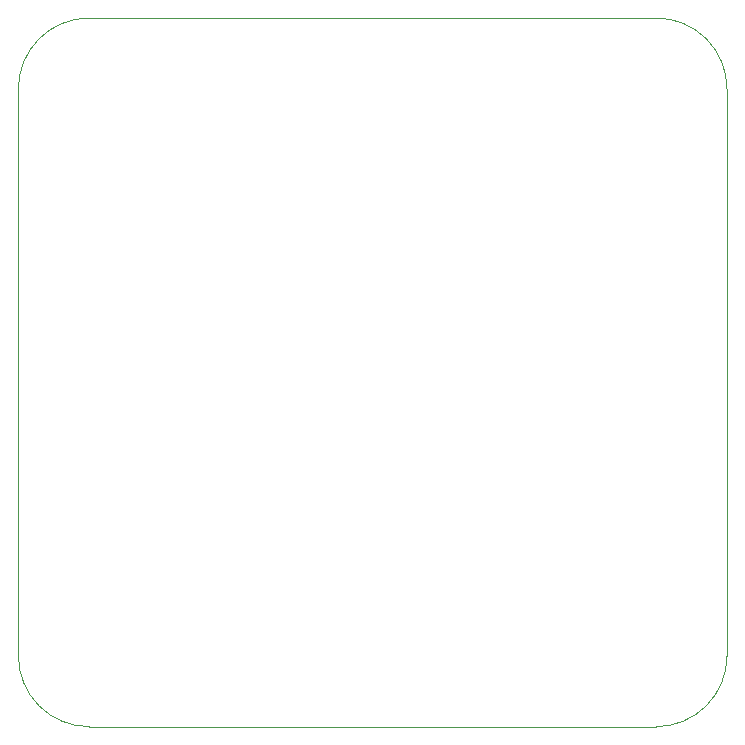
<source format=gm1>
G04 #@! TF.GenerationSoftware,KiCad,Pcbnew,8.0.4*
G04 #@! TF.CreationDate,2024-08-30T21:15:12+02:00*
G04 #@! TF.ProjectId,STARGLIDER_MainBoard_rev1,53544152-474c-4494-9445-525f4d61696e,rev?*
G04 #@! TF.SameCoordinates,Original*
G04 #@! TF.FileFunction,Profile,NP*
%FSLAX46Y46*%
G04 Gerber Fmt 4.6, Leading zero omitted, Abs format (unit mm)*
G04 Created by KiCad (PCBNEW 8.0.4) date 2024-08-30 21:15:12*
%MOMM*%
%LPD*%
G01*
G04 APERTURE LIST*
G04 #@! TA.AperFunction,Profile*
%ADD10C,0.100000*%
G04 #@! TD*
G04 APERTURE END LIST*
D10*
X83000000Y-137000000D02*
G75*
G02*
X77000000Y-131000000I0J6000000D01*
G01*
X137000000Y-131000000D02*
G75*
G02*
X131000000Y-137000000I-6000000J0D01*
G01*
X77000000Y-131000000D02*
X77000000Y-83000000D01*
X83000000Y-77000000D02*
X131000000Y-77000000D01*
X131000000Y-77000000D02*
G75*
G02*
X137000000Y-83000000I0J-6000000D01*
G01*
X137000000Y-83000000D02*
X137000000Y-131000000D01*
X77000000Y-83000000D02*
G75*
G02*
X83000000Y-77000000I6000000J0D01*
G01*
X131000000Y-137000000D02*
X83000000Y-137000000D01*
M02*

</source>
